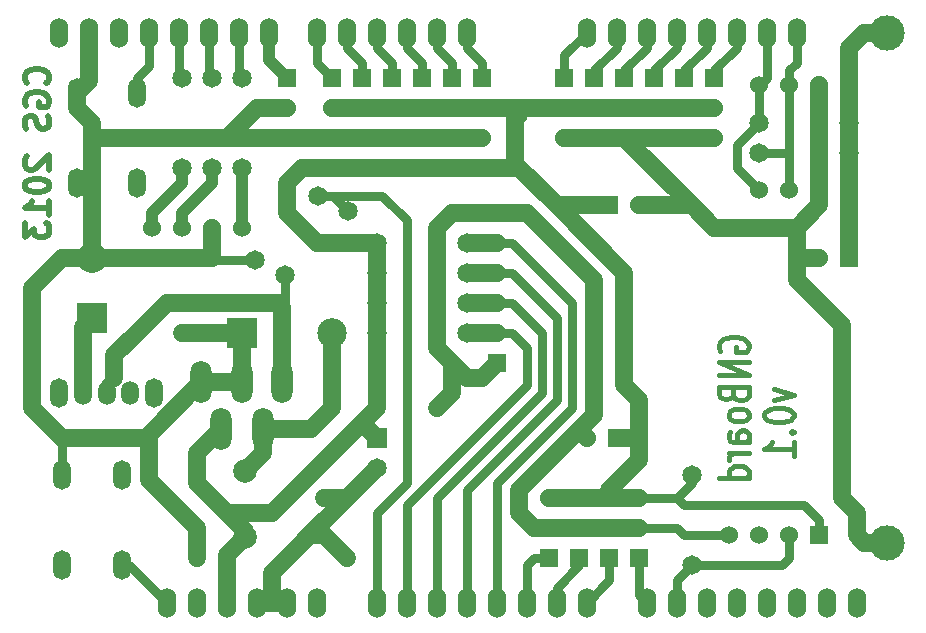
<source format=gbl>
G04 (created by PCBNEW (2013-june-11)-stable) date mié 05 feb 2014 13:03:56 CET*
%MOIN*%
G04 Gerber Fmt 3.4, Leading zero omitted, Abs format*
%FSLAX34Y34*%
G01*
G70*
G90*
G04 APERTURE LIST*
%ADD10C,0.00393701*%
%ADD11C,0.019685*%
%ADD12C,0.015748*%
%ADD13O,0.0590551X0.0787402*%
%ADD14O,0.0590551X0.0984252*%
%ADD15R,0.0984252X0.0984252*%
%ADD16C,0.0984252*%
%ADD17O,0.06X0.1*%
%ADD18C,0.11811*%
%ADD19R,0.055X0.055*%
%ADD20C,0.055*%
%ADD21C,0.0787*%
%ADD22O,0.0705X0.141*%
%ADD23C,0.06*%
%ADD24R,0.1X0.1*%
%ADD25C,0.1*%
%ADD26C,0.065*%
%ADD27R,0.06X0.06*%
%ADD28R,0.065X0.065*%
%ADD29C,0.0590551*%
%ADD30C,0.0590551*%
%ADD31C,0.0314961*%
%ADD32C,0.0393701*%
G04 APERTURE END LIST*
G54D10*
G54D11*
X50993Y-30175D02*
X51031Y-30137D01*
X51068Y-30025D01*
X51068Y-29950D01*
X51031Y-29837D01*
X50956Y-29762D01*
X50881Y-29725D01*
X50731Y-29687D01*
X50618Y-29687D01*
X50468Y-29725D01*
X50393Y-29762D01*
X50318Y-29837D01*
X50281Y-29950D01*
X50281Y-30025D01*
X50318Y-30137D01*
X50356Y-30175D01*
X50318Y-30925D02*
X50281Y-30850D01*
X50281Y-30737D01*
X50318Y-30625D01*
X50393Y-30550D01*
X50468Y-30512D01*
X50618Y-30475D01*
X50731Y-30475D01*
X50881Y-30512D01*
X50956Y-30550D01*
X51031Y-30625D01*
X51068Y-30737D01*
X51068Y-30812D01*
X51031Y-30925D01*
X50993Y-30962D01*
X50731Y-30962D01*
X50731Y-30812D01*
X51031Y-31262D02*
X51068Y-31375D01*
X51068Y-31562D01*
X51031Y-31637D01*
X50993Y-31675D01*
X50918Y-31712D01*
X50843Y-31712D01*
X50768Y-31675D01*
X50731Y-31637D01*
X50693Y-31562D01*
X50656Y-31412D01*
X50618Y-31337D01*
X50581Y-31300D01*
X50506Y-31262D01*
X50431Y-31262D01*
X50356Y-31300D01*
X50318Y-31337D01*
X50281Y-31412D01*
X50281Y-31600D01*
X50318Y-31712D01*
X50356Y-32612D02*
X50318Y-32649D01*
X50281Y-32724D01*
X50281Y-32912D01*
X50318Y-32987D01*
X50356Y-33024D01*
X50431Y-33062D01*
X50506Y-33062D01*
X50618Y-33024D01*
X51068Y-32574D01*
X51068Y-33062D01*
X50281Y-33549D02*
X50281Y-33624D01*
X50318Y-33699D01*
X50356Y-33737D01*
X50431Y-33774D01*
X50581Y-33812D01*
X50768Y-33812D01*
X50918Y-33774D01*
X50993Y-33737D01*
X51031Y-33699D01*
X51068Y-33624D01*
X51068Y-33549D01*
X51031Y-33474D01*
X50993Y-33437D01*
X50918Y-33399D01*
X50768Y-33362D01*
X50581Y-33362D01*
X50431Y-33399D01*
X50356Y-33437D01*
X50318Y-33474D01*
X50281Y-33549D01*
X51068Y-34562D02*
X51068Y-34112D01*
X51068Y-34337D02*
X50281Y-34337D01*
X50393Y-34262D01*
X50468Y-34187D01*
X50506Y-34112D01*
X50281Y-34824D02*
X50281Y-35312D01*
X50581Y-35049D01*
X50581Y-35162D01*
X50618Y-35237D01*
X50656Y-35274D01*
X50731Y-35312D01*
X50918Y-35312D01*
X50993Y-35274D01*
X51031Y-35237D01*
X51068Y-35162D01*
X51068Y-34937D01*
X51031Y-34862D01*
X50993Y-34824D01*
G54D12*
X75242Y-40375D02*
X75898Y-40562D01*
X75242Y-40750D01*
X74914Y-41200D02*
X74914Y-41275D01*
X74961Y-41350D01*
X75007Y-41387D01*
X75101Y-41425D01*
X75289Y-41462D01*
X75523Y-41462D01*
X75710Y-41425D01*
X75804Y-41387D01*
X75851Y-41350D01*
X75898Y-41275D01*
X75898Y-41200D01*
X75851Y-41125D01*
X75804Y-41087D01*
X75710Y-41050D01*
X75523Y-41012D01*
X75289Y-41012D01*
X75101Y-41050D01*
X75007Y-41087D01*
X74961Y-41125D01*
X74914Y-41200D01*
X75804Y-41799D02*
X75851Y-41837D01*
X75898Y-41799D01*
X75851Y-41762D01*
X75804Y-41799D01*
X75898Y-41799D01*
X75898Y-42587D02*
X75898Y-42137D01*
X75898Y-42362D02*
X74914Y-42362D01*
X75054Y-42287D01*
X75148Y-42212D01*
X75195Y-42137D01*
X73461Y-39087D02*
X73414Y-39012D01*
X73414Y-38900D01*
X73461Y-38787D01*
X73554Y-38712D01*
X73648Y-38675D01*
X73835Y-38637D01*
X73976Y-38637D01*
X74164Y-38675D01*
X74257Y-38712D01*
X74351Y-38787D01*
X74398Y-38900D01*
X74398Y-38975D01*
X74351Y-39087D01*
X74304Y-39125D01*
X73976Y-39125D01*
X73976Y-38975D01*
X74398Y-39462D02*
X73414Y-39462D01*
X74398Y-39912D01*
X73414Y-39912D01*
X73882Y-40550D02*
X73929Y-40662D01*
X73976Y-40700D01*
X74070Y-40737D01*
X74210Y-40737D01*
X74304Y-40700D01*
X74351Y-40662D01*
X74398Y-40587D01*
X74398Y-40287D01*
X73414Y-40287D01*
X73414Y-40550D01*
X73461Y-40625D01*
X73507Y-40662D01*
X73601Y-40700D01*
X73695Y-40700D01*
X73789Y-40662D01*
X73835Y-40625D01*
X73882Y-40550D01*
X73882Y-40287D01*
X74398Y-41187D02*
X74351Y-41112D01*
X74304Y-41074D01*
X74210Y-41037D01*
X73929Y-41037D01*
X73835Y-41074D01*
X73789Y-41112D01*
X73742Y-41187D01*
X73742Y-41299D01*
X73789Y-41374D01*
X73835Y-41412D01*
X73929Y-41449D01*
X74210Y-41449D01*
X74304Y-41412D01*
X74351Y-41374D01*
X74398Y-41299D01*
X74398Y-41187D01*
X74398Y-42124D02*
X73882Y-42124D01*
X73789Y-42087D01*
X73742Y-42012D01*
X73742Y-41862D01*
X73789Y-41787D01*
X74351Y-42124D02*
X74398Y-42049D01*
X74398Y-41862D01*
X74351Y-41787D01*
X74257Y-41749D01*
X74164Y-41749D01*
X74070Y-41787D01*
X74023Y-41862D01*
X74023Y-42049D01*
X73976Y-42124D01*
X74398Y-42499D02*
X73742Y-42499D01*
X73929Y-42499D02*
X73835Y-42537D01*
X73789Y-42574D01*
X73742Y-42649D01*
X73742Y-42724D01*
X74398Y-43324D02*
X73414Y-43324D01*
X74351Y-43324D02*
X74398Y-43249D01*
X74398Y-43099D01*
X74351Y-43024D01*
X74304Y-42987D01*
X74210Y-42949D01*
X73929Y-42949D01*
X73835Y-42987D01*
X73789Y-43024D01*
X73742Y-43099D01*
X73742Y-43249D01*
X73789Y-43324D01*
G54D13*
X52212Y-40500D03*
X53000Y-40500D03*
X53787Y-40500D03*
G54D14*
X54574Y-40500D03*
X51425Y-40500D03*
G54D15*
X57500Y-38500D03*
G54D16*
X60500Y-38500D03*
G54D17*
X69000Y-28500D03*
X70000Y-28500D03*
X71000Y-28500D03*
X72000Y-28500D03*
X73000Y-28500D03*
X74000Y-28500D03*
X75000Y-28500D03*
X76000Y-28500D03*
X78000Y-47500D03*
X77000Y-47500D03*
X76000Y-47500D03*
X75000Y-47500D03*
X71000Y-47500D03*
X69000Y-47500D03*
X68000Y-47500D03*
X72000Y-47500D03*
X73000Y-47500D03*
X74000Y-47500D03*
X67000Y-47500D03*
X66000Y-47500D03*
X65000Y-47500D03*
X62000Y-47500D03*
X63000Y-47500D03*
X64000Y-47500D03*
X60000Y-47500D03*
X59000Y-47500D03*
X58000Y-47500D03*
X56000Y-47500D03*
X55000Y-47500D03*
X65000Y-28500D03*
X64000Y-28500D03*
X63000Y-28500D03*
X62000Y-28500D03*
X61000Y-28500D03*
X60000Y-28500D03*
X58400Y-28500D03*
X57400Y-28500D03*
X56400Y-28500D03*
X55400Y-28500D03*
X54400Y-28500D03*
X53400Y-28500D03*
X52400Y-28500D03*
X51400Y-28500D03*
X57000Y-47500D03*
G54D18*
X79000Y-28500D03*
X79000Y-45500D03*
G54D19*
X55500Y-37500D03*
G54D20*
X55500Y-38500D03*
G54D21*
X57600Y-45300D03*
X57600Y-43100D03*
G54D22*
X58850Y-40150D03*
X58200Y-41700D03*
X57500Y-40150D03*
X56800Y-41700D03*
X56150Y-40150D03*
G54D23*
X57500Y-35000D03*
X55500Y-35000D03*
X54500Y-35000D03*
X56500Y-35000D03*
G54D24*
X52500Y-38000D03*
G54D25*
X52500Y-36000D03*
G54D26*
X58939Y-36560D03*
X61060Y-34439D03*
X57500Y-30000D03*
X57500Y-33000D03*
X56500Y-30000D03*
X56500Y-33000D03*
X55500Y-30000D03*
X55500Y-33000D03*
X60060Y-33939D03*
X57939Y-36060D03*
G54D27*
X66000Y-39500D03*
G54D23*
X66000Y-38500D03*
X66000Y-37500D03*
X66000Y-36500D03*
X66000Y-35500D03*
G54D26*
X65000Y-35500D03*
X62000Y-35500D03*
X65000Y-36500D03*
X62000Y-36500D03*
X65000Y-37500D03*
X62000Y-37500D03*
X65000Y-38500D03*
X62000Y-38500D03*
G54D27*
X67750Y-46000D03*
G54D23*
X67750Y-45000D03*
X67750Y-44000D03*
G54D27*
X68750Y-46000D03*
G54D23*
X68750Y-45000D03*
X68750Y-44000D03*
G54D27*
X59000Y-30000D03*
G54D23*
X59000Y-31000D03*
G54D27*
X60500Y-30000D03*
G54D23*
X60500Y-31000D03*
X60500Y-32000D03*
G54D27*
X61500Y-30000D03*
G54D23*
X61500Y-31000D03*
X61500Y-32000D03*
G54D27*
X62500Y-30000D03*
G54D23*
X62500Y-31000D03*
X62500Y-32000D03*
G54D27*
X63500Y-30000D03*
G54D23*
X63500Y-31000D03*
X63500Y-32000D03*
G54D27*
X64500Y-30000D03*
G54D23*
X64500Y-31000D03*
X64500Y-32000D03*
G54D27*
X65500Y-30000D03*
G54D23*
X65500Y-31000D03*
X65500Y-32000D03*
G54D27*
X69750Y-46000D03*
G54D23*
X69750Y-45000D03*
X69750Y-44000D03*
G54D27*
X70750Y-46000D03*
G54D23*
X70750Y-45000D03*
X70750Y-44000D03*
G54D27*
X77750Y-30250D03*
G54D23*
X76750Y-30250D03*
X75750Y-30250D03*
X74750Y-30250D03*
G54D26*
X77750Y-32500D03*
X74750Y-32500D03*
X77750Y-31500D03*
X74750Y-31500D03*
G54D27*
X77750Y-33750D03*
G54D23*
X76750Y-33750D03*
X75750Y-33750D03*
X74750Y-33750D03*
G54D27*
X76750Y-45250D03*
G54D23*
X75750Y-45250D03*
X74750Y-45250D03*
X73750Y-45250D03*
G54D26*
X72500Y-43250D03*
X72500Y-46250D03*
G54D27*
X68250Y-30000D03*
G54D23*
X68250Y-31000D03*
X68250Y-32000D03*
G54D27*
X69250Y-30000D03*
G54D23*
X69250Y-31000D03*
X69250Y-32000D03*
G54D27*
X70250Y-30000D03*
G54D23*
X70250Y-31000D03*
X70250Y-32000D03*
G54D27*
X71250Y-30000D03*
G54D23*
X71250Y-31000D03*
X71250Y-32000D03*
G54D27*
X72250Y-30000D03*
G54D23*
X72250Y-31000D03*
X72250Y-32000D03*
G54D27*
X73250Y-30000D03*
G54D23*
X73250Y-31000D03*
X73250Y-32000D03*
G54D27*
X77750Y-36000D03*
G54D23*
X76750Y-36000D03*
G54D27*
X69750Y-34250D03*
G54D23*
X70750Y-34250D03*
G54D27*
X70000Y-42000D03*
G54D23*
X69000Y-42000D03*
G54D28*
X62000Y-42000D03*
G54D26*
X62000Y-43000D03*
G54D14*
X51500Y-43250D03*
X53500Y-43250D03*
X51500Y-46250D03*
X53500Y-46250D03*
X52000Y-30500D03*
X54000Y-30500D03*
X52000Y-33500D03*
X54000Y-33500D03*
G54D29*
X64000Y-41000D03*
X61000Y-46000D03*
X56000Y-46000D03*
X60250Y-44000D03*
G54D30*
X62000Y-42000D02*
X61500Y-41500D01*
X70000Y-42000D02*
X70750Y-42000D01*
X69750Y-44000D02*
X69750Y-43750D01*
X70250Y-36500D02*
X68000Y-34250D01*
X70250Y-40250D02*
X70250Y-36500D01*
X70750Y-40750D02*
X70250Y-40250D01*
X70750Y-42750D02*
X70750Y-42000D01*
X70750Y-42000D02*
X70750Y-40750D01*
X69750Y-43750D02*
X70750Y-42750D01*
X69750Y-34250D02*
X68000Y-34250D01*
X77750Y-33750D02*
X77750Y-36000D01*
X72250Y-31000D02*
X73250Y-31000D01*
X71250Y-31000D02*
X72250Y-31000D01*
X70250Y-31000D02*
X71250Y-31000D01*
X69250Y-31000D02*
X70250Y-31000D01*
X66625Y-32875D02*
X66625Y-31000D01*
X66750Y-31250D02*
X66750Y-31000D01*
X66750Y-31125D02*
X66750Y-31250D01*
X66625Y-31000D02*
X66750Y-31125D01*
X68250Y-31000D02*
X69250Y-31000D01*
X68250Y-31000D02*
X66750Y-31000D01*
X66750Y-31000D02*
X66500Y-31000D01*
X66500Y-31000D02*
X65500Y-31000D01*
G54D31*
X76750Y-45250D02*
X76750Y-44750D01*
X72250Y-44250D02*
X72000Y-44000D01*
X76250Y-44250D02*
X72250Y-44250D01*
X76750Y-44750D02*
X76250Y-44250D01*
X72500Y-43250D02*
X72500Y-43500D01*
X72000Y-44000D02*
X70750Y-44000D01*
X72500Y-43500D02*
X72000Y-44000D01*
G54D30*
X77750Y-32500D02*
X77750Y-33750D01*
X77750Y-31500D02*
X77750Y-32500D01*
X77750Y-30250D02*
X77750Y-31500D01*
X79000Y-28500D02*
X78250Y-28500D01*
X77750Y-29000D02*
X77750Y-30250D01*
X78250Y-28500D02*
X77750Y-29000D01*
X66625Y-32875D02*
X68000Y-34250D01*
X69750Y-44000D02*
X70750Y-44000D01*
X68750Y-44000D02*
X69750Y-44000D01*
X67750Y-44000D02*
X68750Y-44000D01*
X62000Y-35500D02*
X60000Y-35500D01*
X66500Y-33000D02*
X66625Y-32875D01*
X59500Y-33000D02*
X66500Y-33000D01*
X59000Y-33500D02*
X59500Y-33000D01*
X62000Y-36500D02*
X62000Y-35500D01*
X62000Y-37500D02*
X62000Y-36500D01*
X62000Y-38500D02*
X62000Y-37500D01*
X65500Y-31000D02*
X64500Y-31000D01*
X64500Y-31000D02*
X63500Y-31000D01*
X63500Y-31000D02*
X62500Y-31000D01*
X62500Y-31000D02*
X61500Y-31000D01*
X60500Y-31000D02*
X61500Y-31000D01*
X62000Y-38500D02*
X62000Y-39000D01*
X62000Y-39000D02*
X62000Y-41000D01*
X62000Y-41000D02*
X61500Y-41500D01*
X61500Y-41500D02*
X61000Y-42000D01*
X58500Y-44500D02*
X57000Y-44500D01*
X61000Y-42000D02*
X58500Y-44500D01*
X57600Y-45300D02*
X57600Y-45100D01*
X56000Y-42500D02*
X56800Y-41700D01*
X56000Y-43500D02*
X56000Y-42500D01*
X57600Y-45100D02*
X57000Y-44500D01*
X57000Y-44500D02*
X56000Y-43500D01*
X57000Y-47500D02*
X57000Y-45900D01*
X57000Y-45900D02*
X57600Y-45300D01*
X59000Y-34500D02*
X59000Y-33500D01*
X60000Y-35500D02*
X59000Y-34500D01*
X53250Y-39249D02*
X53250Y-39999D01*
X53250Y-39249D02*
X54000Y-38500D01*
X55500Y-37500D02*
X55000Y-37500D01*
X55000Y-37500D02*
X54000Y-38500D01*
G54D32*
X53000Y-40250D02*
X53250Y-40000D01*
X53000Y-40250D02*
X53000Y-40500D01*
G54D30*
X53250Y-39999D02*
X53250Y-40000D01*
G54D31*
X58939Y-36560D02*
X58939Y-37560D01*
X58939Y-37560D02*
X58850Y-37650D01*
G54D30*
X55500Y-37500D02*
X58700Y-37500D01*
X58700Y-37500D02*
X58850Y-37650D01*
X58850Y-40150D02*
X58850Y-37850D01*
X58850Y-37850D02*
X58850Y-37650D01*
G54D31*
X60060Y-33939D02*
X62189Y-33939D01*
X62000Y-44500D02*
X62000Y-47500D01*
X63000Y-43500D02*
X62000Y-44500D01*
X63000Y-34750D02*
X63000Y-43500D01*
X62189Y-33939D02*
X63000Y-34750D01*
X60060Y-33939D02*
X60560Y-33939D01*
X60560Y-33939D02*
X61060Y-34439D01*
X54400Y-29600D02*
X54400Y-28500D01*
X54000Y-30000D02*
X54400Y-29600D01*
X54000Y-30500D02*
X54000Y-30000D01*
G54D32*
X58400Y-28500D02*
X58400Y-29400D01*
X58400Y-29400D02*
X59000Y-30000D01*
G54D31*
X68250Y-30000D02*
X68250Y-29250D01*
X68250Y-29250D02*
X69000Y-28500D01*
X69250Y-30000D02*
X69250Y-29750D01*
X70000Y-29000D02*
X70000Y-28500D01*
X69250Y-29750D02*
X70000Y-29000D01*
X70250Y-30000D02*
X70250Y-29750D01*
X71000Y-29000D02*
X71000Y-28500D01*
X70250Y-29750D02*
X71000Y-29000D01*
X71250Y-30000D02*
X71250Y-29750D01*
X72000Y-29000D02*
X72000Y-28500D01*
X71250Y-29750D02*
X72000Y-29000D01*
X72250Y-30000D02*
X72250Y-29750D01*
X73000Y-29000D02*
X73000Y-28500D01*
X72250Y-29750D02*
X73000Y-29000D01*
X73250Y-30000D02*
X73250Y-29750D01*
X74000Y-29000D02*
X74000Y-28500D01*
X73250Y-29750D02*
X74000Y-29000D01*
X72500Y-46250D02*
X72000Y-46750D01*
X72000Y-46750D02*
X72000Y-47500D01*
X75750Y-45250D02*
X75750Y-46000D01*
X75500Y-46250D02*
X72500Y-46250D01*
X75750Y-46000D02*
X75500Y-46250D01*
G54D30*
X62000Y-43000D02*
X61000Y-44000D01*
X70750Y-34250D02*
X72500Y-34250D01*
X69000Y-42000D02*
X68750Y-41750D01*
X76000Y-36000D02*
X76750Y-36000D01*
X76000Y-35000D02*
X76000Y-36000D01*
X76000Y-36000D02*
X76000Y-36750D01*
X78250Y-45500D02*
X79000Y-45500D01*
X78000Y-45250D02*
X78250Y-45500D01*
X78000Y-44500D02*
X78000Y-45250D01*
X77500Y-44000D02*
X78000Y-44500D01*
X77500Y-38250D02*
X77500Y-44000D01*
X76000Y-36750D02*
X77500Y-38250D01*
X76750Y-33750D02*
X76750Y-34250D01*
X73250Y-35000D02*
X72500Y-34250D01*
X72500Y-34250D02*
X70250Y-32000D01*
X76000Y-35000D02*
X73250Y-35000D01*
X76750Y-34250D02*
X76000Y-35000D01*
X72250Y-32000D02*
X73250Y-32000D01*
X71250Y-32000D02*
X72250Y-32000D01*
X70250Y-32000D02*
X71250Y-32000D01*
X69250Y-32000D02*
X70250Y-32000D01*
X68250Y-32000D02*
X69250Y-32000D01*
G54D31*
X73750Y-45250D02*
X72250Y-45250D01*
X72000Y-45000D02*
X70750Y-45000D01*
X72250Y-45250D02*
X72000Y-45000D01*
X51500Y-43250D02*
X51500Y-42000D01*
G54D30*
X76750Y-30250D02*
X76750Y-33750D01*
X69750Y-45000D02*
X70750Y-45000D01*
X68750Y-45000D02*
X69750Y-45000D01*
X67750Y-45000D02*
X68750Y-45000D01*
X67750Y-42750D02*
X66750Y-43750D01*
X67000Y-34500D02*
X69250Y-36750D01*
X69250Y-36750D02*
X69250Y-41250D01*
X69250Y-41250D02*
X68750Y-41750D01*
X68750Y-41750D02*
X67750Y-42750D01*
X64500Y-39500D02*
X64000Y-39000D01*
X64000Y-39000D02*
X64000Y-35000D01*
X64000Y-35000D02*
X64500Y-34500D01*
X64500Y-34500D02*
X67000Y-34500D01*
X67250Y-45000D02*
X67750Y-45000D01*
X66750Y-44500D02*
X67250Y-45000D01*
X66750Y-43750D02*
X66750Y-44500D01*
G54D31*
X57939Y-36060D02*
X56560Y-36060D01*
X56560Y-36060D02*
X56500Y-36000D01*
G54D30*
X60500Y-32000D02*
X59000Y-32000D01*
X59000Y-32000D02*
X57000Y-32000D01*
X64500Y-32000D02*
X65500Y-32000D01*
X63500Y-32000D02*
X64500Y-32000D01*
X62500Y-32000D02*
X63500Y-32000D01*
X61500Y-32000D02*
X62500Y-32000D01*
X60500Y-32000D02*
X61500Y-32000D01*
X59000Y-31000D02*
X58000Y-31000D01*
X58000Y-31000D02*
X57000Y-32000D01*
X57000Y-32000D02*
X52500Y-32000D01*
X59750Y-45250D02*
X60250Y-45250D01*
X64500Y-40500D02*
X64500Y-39500D01*
X64000Y-41000D02*
X64500Y-40500D01*
X60250Y-45250D02*
X61000Y-46000D01*
X61000Y-44000D02*
X60250Y-44000D01*
X54400Y-43400D02*
X54400Y-41900D01*
X56000Y-45000D02*
X54400Y-43400D01*
X56000Y-46000D02*
X56000Y-45000D01*
X52000Y-33500D02*
X52500Y-33500D01*
X52000Y-30500D02*
X52000Y-31000D01*
X52500Y-31500D02*
X52500Y-32000D01*
X52500Y-32000D02*
X52500Y-33500D01*
X52500Y-33500D02*
X52500Y-36000D01*
X52000Y-31000D02*
X52500Y-31500D01*
X52400Y-28500D02*
X52400Y-30100D01*
X52400Y-30100D02*
X52000Y-30500D01*
X65000Y-40000D02*
X64500Y-39500D01*
X65000Y-40000D02*
X65500Y-40000D01*
X65500Y-40000D02*
X66000Y-39500D01*
X61000Y-44000D02*
X60500Y-44500D01*
X60500Y-44500D02*
X59750Y-45250D01*
X59750Y-45250D02*
X59500Y-45500D01*
X58500Y-46500D02*
X59500Y-45500D01*
X56500Y-35000D02*
X56500Y-36000D01*
X52500Y-36000D02*
X56500Y-36000D01*
X52500Y-36000D02*
X51500Y-36000D01*
X51500Y-36000D02*
X50500Y-37000D01*
X50500Y-37000D02*
X50500Y-41000D01*
X50500Y-41000D02*
X51500Y-42000D01*
X51500Y-42000D02*
X54300Y-42000D01*
X54300Y-42000D02*
X54400Y-41900D01*
X54400Y-41900D02*
X56150Y-40150D01*
X55500Y-38500D02*
X57500Y-38500D01*
X58500Y-46500D02*
X58500Y-47500D01*
X57500Y-40150D02*
X57500Y-39000D01*
X57500Y-39000D02*
X57500Y-38500D01*
X58000Y-47500D02*
X58500Y-47500D01*
X58500Y-47500D02*
X59000Y-47500D01*
X57500Y-40150D02*
X57000Y-40150D01*
X57000Y-40150D02*
X56150Y-40150D01*
G54D31*
X74750Y-32500D02*
X75750Y-32500D01*
X75750Y-31750D02*
X75750Y-32500D01*
X75750Y-32500D02*
X75750Y-33750D01*
X75750Y-31750D02*
X75750Y-30250D01*
X76000Y-28500D02*
X76000Y-29500D01*
X75750Y-29750D02*
X75750Y-30250D01*
X76000Y-29500D02*
X75750Y-29750D01*
X74750Y-31500D02*
X74000Y-32250D01*
X74000Y-33000D02*
X74750Y-33750D01*
X74000Y-32250D02*
X74000Y-33000D01*
X74750Y-30250D02*
X74750Y-31500D01*
X75000Y-28500D02*
X75000Y-30000D01*
X75000Y-30000D02*
X74750Y-30250D01*
X63000Y-47500D02*
X63000Y-44250D01*
X66500Y-38500D02*
X66000Y-38500D01*
X67000Y-39000D02*
X66500Y-38500D01*
X67000Y-40250D02*
X67000Y-39000D01*
X63000Y-44250D02*
X67000Y-40250D01*
G54D30*
X65000Y-38500D02*
X66000Y-38500D01*
G54D31*
X66000Y-37500D02*
X66500Y-37500D01*
X64000Y-44000D02*
X64000Y-47500D01*
X67500Y-40500D02*
X64000Y-44000D01*
X67500Y-38500D02*
X67500Y-40500D01*
X66500Y-37500D02*
X67500Y-38500D01*
G54D30*
X65000Y-37500D02*
X66000Y-37500D01*
G54D31*
X65000Y-47500D02*
X65000Y-43750D01*
X66500Y-36500D02*
X66000Y-36500D01*
X68000Y-38000D02*
X66500Y-36500D01*
X68000Y-40750D02*
X68000Y-38000D01*
X65000Y-43750D02*
X68000Y-40750D01*
G54D30*
X65000Y-36500D02*
X66000Y-36500D01*
G54D31*
X66000Y-35500D02*
X66500Y-35500D01*
X66000Y-43500D02*
X66000Y-47500D01*
X68500Y-41000D02*
X66000Y-43500D01*
X68500Y-37500D02*
X68500Y-41000D01*
X66500Y-35500D02*
X68500Y-37500D01*
G54D30*
X65000Y-35500D02*
X66000Y-35500D01*
G54D31*
X55400Y-28500D02*
X55400Y-29900D01*
X55400Y-29900D02*
X55500Y-30000D01*
X56400Y-28500D02*
X56400Y-29900D01*
X56400Y-29900D02*
X56500Y-30000D01*
X57400Y-28500D02*
X57400Y-29900D01*
X57400Y-29900D02*
X57500Y-30000D01*
G54D32*
X55500Y-33000D02*
X55500Y-33500D01*
X54500Y-34500D02*
X54500Y-35000D01*
X55500Y-33500D02*
X54500Y-34500D01*
X57500Y-33000D02*
X57500Y-35000D01*
G54D30*
X52212Y-40500D02*
X52212Y-38287D01*
X52212Y-38287D02*
X52500Y-38000D01*
X60500Y-38500D02*
X60500Y-41000D01*
X59800Y-41700D02*
X58200Y-41700D01*
X60500Y-41000D02*
X59800Y-41700D01*
X58200Y-41700D02*
X58200Y-42500D01*
X58200Y-42500D02*
X57600Y-43100D01*
G54D32*
X56500Y-33000D02*
X56500Y-33500D01*
X55500Y-34500D02*
X55500Y-35000D01*
X56500Y-33500D02*
X55500Y-34500D01*
G54D31*
X53500Y-46250D02*
X53750Y-46250D01*
X53750Y-46250D02*
X55000Y-47500D01*
X60000Y-28500D02*
X60000Y-29500D01*
X60000Y-29500D02*
X60500Y-30000D01*
X61000Y-28500D02*
X61000Y-29000D01*
X61500Y-29500D02*
X61500Y-30000D01*
X61000Y-29000D02*
X61500Y-29500D01*
X62000Y-28500D02*
X62000Y-29000D01*
X62500Y-29500D02*
X62500Y-30000D01*
X62000Y-29000D02*
X62500Y-29500D01*
X63000Y-28500D02*
X63000Y-29000D01*
X63500Y-29500D02*
X63500Y-30000D01*
X63000Y-29000D02*
X63500Y-29500D01*
X64000Y-28500D02*
X64000Y-29000D01*
X64500Y-29500D02*
X64500Y-30000D01*
X64000Y-29000D02*
X64500Y-29500D01*
X65000Y-28500D02*
X65000Y-29000D01*
X65500Y-29500D02*
X65500Y-30000D01*
X65000Y-29000D02*
X65500Y-29500D01*
X67750Y-46000D02*
X67250Y-46000D01*
X67000Y-46250D02*
X67000Y-47500D01*
X67250Y-46000D02*
X67000Y-46250D01*
X68750Y-46000D02*
X68750Y-46250D01*
X68000Y-47000D02*
X68000Y-47500D01*
X68750Y-46250D02*
X68000Y-47000D01*
X69750Y-46000D02*
X69750Y-46750D01*
X69750Y-46750D02*
X69000Y-47500D01*
X70750Y-46000D02*
X70750Y-47250D01*
X70750Y-47250D02*
X71000Y-47500D01*
M02*

</source>
